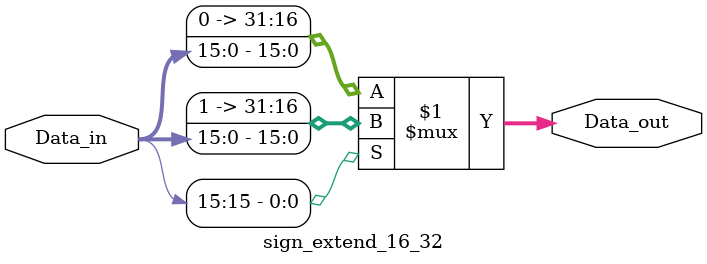
<source format=v>
module sign_extend_16_32 (
    input  wire    [15:0]  Data_in,
    output wire    [31:0]  Data_out 
);

    assign Data_out = (Data_in[15]) ? {{16{1'b1}}, Data_in} : {{16{1'b0}}, Data_in};
    
endmodule
</source>
